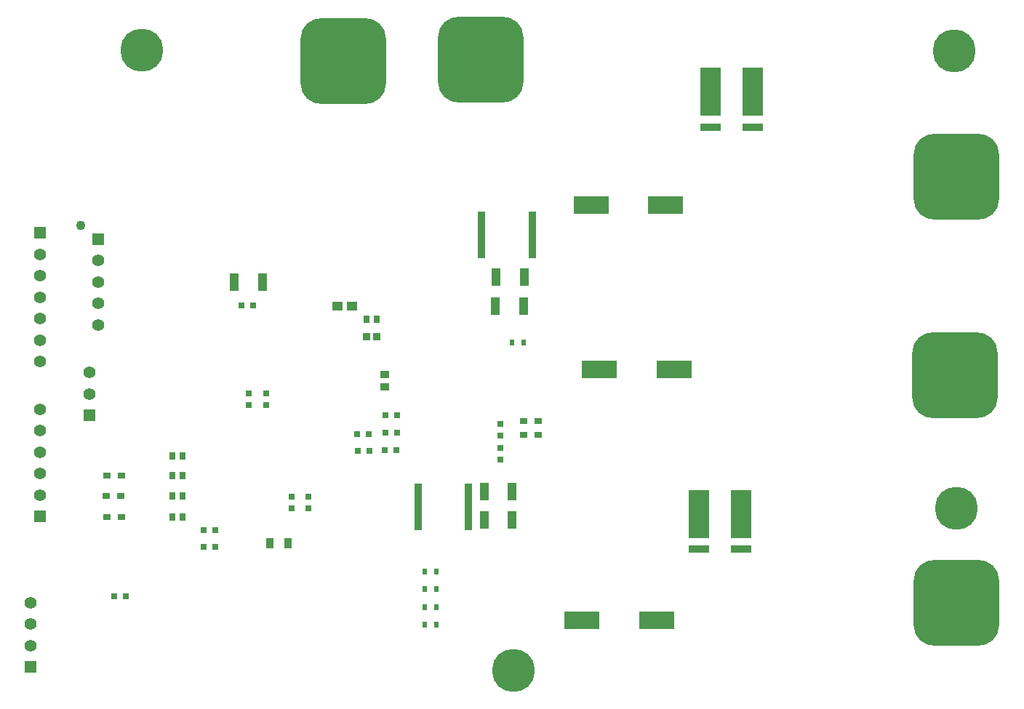
<source format=gbr>
%FSTAX23Y23*%
%MOIN*%
%SFA1B1*%

%IPPOS*%
%AMD100*
4,1,8,0.098400,0.196800,-0.098400,0.196800,-0.196800,0.098400,-0.196800,-0.098400,-0.098400,-0.196800,0.098400,-0.196800,0.196800,-0.098400,0.196800,0.098400,0.098400,0.196800,0.0*
1,1,0.196860,0.098400,0.098400*
1,1,0.196860,-0.098400,0.098400*
1,1,0.196860,-0.098400,-0.098400*
1,1,0.196860,0.098400,-0.098400*
%
%AMD101*
4,1,8,-0.196800,0.098400,-0.196800,-0.098400,-0.098400,-0.196800,0.098400,-0.196800,0.196800,-0.098400,0.196800,0.098400,0.098400,0.196800,-0.098400,0.196800,-0.196800,0.098400,0.0*
1,1,0.196860,-0.098400,0.098400*
1,1,0.196860,-0.098400,-0.098400*
1,1,0.196860,0.098400,-0.098400*
1,1,0.196860,0.098400,0.098400*
%
%ADD34R,0.025590X0.027560*%
%ADD35R,0.043310X0.080710*%
%ADD36R,0.035430X0.031500*%
%ADD41R,0.037650X0.047490*%
%ADD42R,0.041340X0.037400*%
%ADD44R,0.027560X0.025590*%
%ADD50R,0.029530X0.035430*%
%ADD54R,0.033660X0.035680*%
%ADD91R,0.055120X0.055120*%
%ADD92C,0.055120*%
%ADD93C,0.043310*%
%ADD99C,0.196850*%
G04~CAMADD=100~8~0.0~0.0~3937.0~3937.0~984.3~0.0~15~0.0~0.0~0.0~0.0~0~0.0~0.0~0.0~0.0~0~0.0~0.0~0.0~0.0~3937.0~3937.0*
%ADD100D100*%
G04~CAMADD=101~8~0.0~0.0~3937.0~3937.0~984.3~0.0~15~0.0~0.0~0.0~0.0~0~0.0~0.0~0.0~0.0~0~0.0~0.0~0.0~90.0~3936.0~3936.0*
%ADD101D101*%
%ADD105R,0.161420X0.078740*%
%ADD106R,0.096060X0.220470*%
%ADD107R,0.096060X0.035040*%
%ADD108R,0.045280X0.041340*%
%ADD109R,0.023620X0.031500*%
%ADD110R,0.027560X0.033470*%
%ADD111R,0.037520X0.212720*%
%LNpcb_pads_bot-1*%
%LPD*%
G54D34*
X02986Y01925D03*
X02933D03*
X04231Y02755D03*
X04178D03*
X04231Y02675D03*
X04178D03*
X04226Y02595D03*
X04173D03*
X03571Y0326D03*
X03518D03*
X0405Y02593D03*
X04103D03*
X03396Y0223D03*
X03343D03*
X04048Y0267D03*
X04101D03*
X03396Y02153D03*
X03343D03*
G54D35*
X03614Y03365D03*
X03485D03*
X04682Y03257D03*
X04812D03*
X0463Y02275D03*
X04759D03*
X0463Y02407D03*
X04759D03*
X04685Y0339D03*
X04814D03*
G54D36*
X02968Y0229D03*
X02901D03*
X02968Y0248D03*
X02901D03*
X02965Y02385D03*
X02898D03*
X04878Y0273D03*
X04811D03*
X04878Y02665D03*
X04811D03*
G54D41*
X0373Y0217D03*
X03649D03*
G54D42*
X04175Y02886D03*
Y02943D03*
G54D44*
X04705Y02716D03*
Y02663D03*
X0363Y02803D03*
Y02856D03*
X03748Y02328D03*
Y02381D03*
X03825Y02328D03*
Y02381D03*
X0355Y02803D03*
Y02856D03*
X04705Y02553D03*
Y02606D03*
G54D50*
X03248Y0229D03*
X03201D03*
Y0257D03*
X03248D03*
X03201Y0248D03*
X03248D03*
X03201Y02385D03*
X03248D03*
G54D54*
X04139Y03115D03*
X0409D03*
G54D91*
X02595Y02291D03*
Y03592D03*
X0286Y03564D03*
X0282Y02755D03*
X0255Y01601D03*
G54D92*
X02595Y0239D03*
Y02488D03*
Y02586D03*
Y02685D03*
Y02783D03*
Y03494D03*
Y03396D03*
Y03297D03*
Y03199D03*
Y031D03*
Y03002D03*
X0286Y03465D03*
Y03367D03*
Y03268D03*
Y0317D03*
X0282Y02853D03*
Y02951D03*
X0255Y01896D03*
Y01798D03*
Y017D03*
G54D93*
X02781Y03627D03*
G54D99*
X06795Y0233D03*
X06785Y04425D03*
X04765Y01585D03*
X0306Y0443D03*
G54D100*
X03985Y0438D03*
X04615Y04385D03*
G54D101*
X06795Y0385D03*
X06787Y0294D03*
X06795Y01895D03*
G54D105*
X05462Y0372D03*
X0512D03*
X05078Y01815D03*
X05421D03*
X05158Y02965D03*
X05501D03*
G54D106*
X05667Y0424D03*
X05862D03*
X05614Y02304D03*
X05809D03*
G54D107*
X05667Y04077D03*
X05862D03*
X05614Y02141D03*
X05809D03*
G54D108*
X03956Y03255D03*
X04023D03*
G54D109*
X04759Y0309D03*
X0481D03*
X0441Y0204D03*
X04359D03*
X0441Y0196D03*
X04359D03*
X0441Y01795D03*
X04359D03*
X0441Y01875D03*
X04359D03*
G54D110*
X0409Y03195D03*
X04139D03*
G54D111*
X04557Y02335D03*
X04327D03*
X04619Y03581D03*
X0485D03*
M02*
</source>
